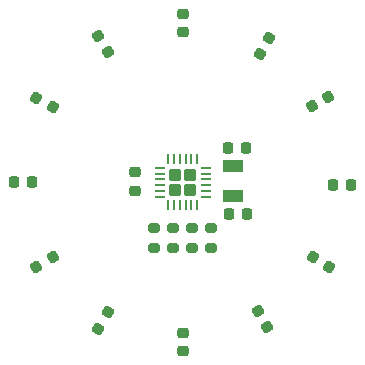
<source format=gbr>
%TF.GenerationSoftware,KiCad,Pcbnew,(6.0.11-0)*%
%TF.CreationDate,2024-05-30T12:39:56+08:00*%
%TF.ProjectId,tinyAVR-wristwatch,74696e79-4156-4522-9d77-726973747761,rev?*%
%TF.SameCoordinates,Original*%
%TF.FileFunction,Paste,Top*%
%TF.FilePolarity,Positive*%
%FSLAX46Y46*%
G04 Gerber Fmt 4.6, Leading zero omitted, Abs format (unit mm)*
G04 Created by KiCad (PCBNEW (6.0.11-0)) date 2024-05-30 12:39:56*
%MOMM*%
%LPD*%
G01*
G04 APERTURE LIST*
G04 Aperture macros list*
%AMRoundRect*
0 Rectangle with rounded corners*
0 $1 Rounding radius*
0 $2 $3 $4 $5 $6 $7 $8 $9 X,Y pos of 4 corners*
0 Add a 4 corners polygon primitive as box body*
4,1,4,$2,$3,$4,$5,$6,$7,$8,$9,$2,$3,0*
0 Add four circle primitives for the rounded corners*
1,1,$1+$1,$2,$3*
1,1,$1+$1,$4,$5*
1,1,$1+$1,$6,$7*
1,1,$1+$1,$8,$9*
0 Add four rect primitives between the rounded corners*
20,1,$1+$1,$2,$3,$4,$5,0*
20,1,$1+$1,$4,$5,$6,$7,0*
20,1,$1+$1,$6,$7,$8,$9,0*
20,1,$1+$1,$8,$9,$2,$3,0*%
G04 Aperture macros list end*
%ADD10RoundRect,0.218750X-0.317568X-0.112544X0.061318X-0.331294X0.317568X0.112544X-0.061318X0.331294X0*%
%ADD11RoundRect,0.218750X0.317568X0.112544X-0.061318X0.331294X-0.317568X-0.112544X0.061318X-0.331294X0*%
%ADD12RoundRect,0.200000X-0.275000X0.200000X-0.275000X-0.200000X0.275000X-0.200000X0.275000X0.200000X0*%
%ADD13RoundRect,0.218750X-0.112544X0.317568X-0.331294X-0.061318X0.112544X-0.317568X0.331294X0.061318X0*%
%ADD14RoundRect,0.218750X0.218750X0.256250X-0.218750X0.256250X-0.218750X-0.256250X0.218750X-0.256250X0*%
%ADD15RoundRect,0.218750X0.331294X-0.061318X0.112544X0.317568X-0.331294X0.061318X-0.112544X-0.317568X0*%
%ADD16RoundRect,0.218750X-0.331294X0.061318X-0.112544X-0.317568X0.331294X-0.061318X0.112544X0.317568X0*%
%ADD17RoundRect,0.218750X-0.256250X0.218750X-0.256250X-0.218750X0.256250X-0.218750X0.256250X0.218750X0*%
%ADD18RoundRect,0.225000X-0.225000X-0.250000X0.225000X-0.250000X0.225000X0.250000X-0.225000X0.250000X0*%
%ADD19RoundRect,0.218750X0.256250X-0.218750X0.256250X0.218750X-0.256250X0.218750X-0.256250X-0.218750X0*%
%ADD20RoundRect,0.250000X-0.275000X-0.275000X0.275000X-0.275000X0.275000X0.275000X-0.275000X0.275000X0*%
%ADD21RoundRect,0.062500X-0.350000X-0.062500X0.350000X-0.062500X0.350000X0.062500X-0.350000X0.062500X0*%
%ADD22RoundRect,0.062500X-0.062500X-0.350000X0.062500X-0.350000X0.062500X0.350000X-0.062500X0.350000X0*%
%ADD23RoundRect,0.225000X0.250000X-0.225000X0.250000X0.225000X-0.250000X0.225000X-0.250000X-0.225000X0*%
%ADD24RoundRect,0.218750X-0.218750X-0.256250X0.218750X-0.256250X0.218750X0.256250X-0.218750X0.256250X0*%
%ADD25R,1.800000X1.000000*%
%ADD26RoundRect,0.218750X0.112544X-0.317568X0.331294X0.061318X-0.112544X0.317568X-0.331294X-0.061318X0*%
%ADD27RoundRect,0.218750X-0.061318X-0.331294X0.317568X-0.112544X0.061318X0.331294X-0.317568X0.112544X0*%
%ADD28RoundRect,0.218750X0.061318X0.331294X-0.317568X0.112544X-0.061318X-0.331294X0.317568X-0.112544X0*%
G04 APERTURE END LIST*
D10*
%TO.C,D10*%
X127628005Y-92854250D03*
X128991995Y-93641750D03*
%TD*%
D11*
%TO.C,D4*%
X152371995Y-107145750D03*
X151008005Y-106358250D03*
%TD*%
D12*
%TO.C,R3*%
X139200000Y-103875000D03*
X139200000Y-105525000D03*
%TD*%
D13*
%TO.C,D7*%
X133641750Y-111008005D03*
X132854250Y-112371995D03*
%TD*%
D14*
%TO.C,D9*%
X127287500Y-100000000D03*
X125712500Y-100000000D03*
%TD*%
D15*
%TO.C,D11*%
X133652750Y-88984995D03*
X132865250Y-87621005D03*
%TD*%
D16*
%TO.C,D5*%
X146358250Y-110908005D03*
X147145750Y-112271995D03*
%TD*%
D12*
%TO.C,R4*%
X137600000Y-103875000D03*
X137600000Y-105525000D03*
%TD*%
%TO.C,R2*%
X140800000Y-103875000D03*
X140800000Y-105525000D03*
%TD*%
D17*
%TO.C,D12*%
X140000000Y-85712500D03*
X140000000Y-87287500D03*
%TD*%
D18*
%TO.C,C2*%
X143825000Y-97100000D03*
X145375000Y-97100000D03*
%TD*%
D19*
%TO.C,D6*%
X140000000Y-114287500D03*
X140000000Y-112712500D03*
%TD*%
D20*
%TO.C,U1*%
X139350000Y-99350000D03*
X139350000Y-100650000D03*
X140650000Y-99350000D03*
X140650000Y-100650000D03*
D21*
X138062500Y-98750000D03*
X138062500Y-99250000D03*
X138062500Y-99750000D03*
X138062500Y-100250000D03*
X138062500Y-100750000D03*
X138062500Y-101250000D03*
D22*
X138750000Y-101937500D03*
X139250000Y-101937500D03*
X139750000Y-101937500D03*
X140250000Y-101937500D03*
X140750000Y-101937500D03*
X141250000Y-101937500D03*
D21*
X141937500Y-101250000D03*
X141937500Y-100750000D03*
X141937500Y-100250000D03*
X141937500Y-99750000D03*
X141937500Y-99250000D03*
X141937500Y-98750000D03*
D22*
X141250000Y-98062500D03*
X140750000Y-98062500D03*
X140250000Y-98062500D03*
X139750000Y-98062500D03*
X139250000Y-98062500D03*
X138750000Y-98062500D03*
%TD*%
D23*
%TO.C,C3*%
X136000000Y-100700000D03*
X136000000Y-99150000D03*
%TD*%
D12*
%TO.C,R1*%
X142400000Y-103875000D03*
X142400000Y-105525000D03*
%TD*%
D24*
%TO.C,D3*%
X152712500Y-100250000D03*
X154287500Y-100250000D03*
%TD*%
D18*
%TO.C,C1*%
X143925000Y-102700000D03*
X145475000Y-102700000D03*
%TD*%
D25*
%TO.C,Y1*%
X144300000Y-101150000D03*
X144300000Y-98650000D03*
%TD*%
D26*
%TO.C,D1*%
X146512500Y-89163990D03*
X147300000Y-87800000D03*
%TD*%
D27*
%TO.C,D8*%
X127628005Y-107145750D03*
X128991995Y-106358250D03*
%TD*%
D28*
%TO.C,D2*%
X152309995Y-92748250D03*
X150946005Y-93535750D03*
%TD*%
M02*

</source>
